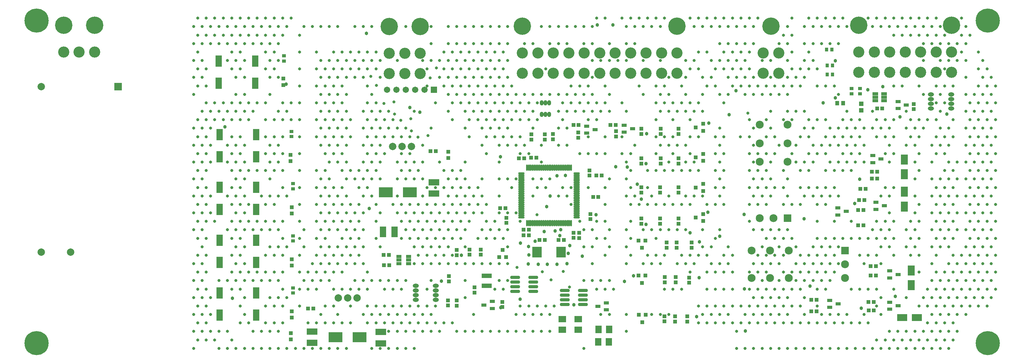
<source format=gts>
G04*
G04 #@! TF.GenerationSoftware,Altium Limited,Altium Designer,22.3.1 (43)*
G04*
G04 Layer_Color=8388736*
%FSLAX24Y24*%
%MOIN*%
G70*
G04*
G04 #@! TF.SameCoordinates,EB2419D6-8F1E-4273-BF56-69E21729E32B*
G04*
G04*
G04 #@! TF.FilePolarity,Negative*
G04*
G01*
G75*
%ADD20R,0.0984X0.1181*%
%ADD29R,0.0394X0.0394*%
%ADD47R,0.0395X0.0435*%
%ADD48O,0.0179X0.0691*%
%ADD49O,0.0691X0.0179*%
%ADD50O,0.0651X0.0435*%
%ADD51R,0.1183X0.0671*%
%ADD52R,0.0533X0.0317*%
%ADD53R,0.1065X0.0750*%
%ADD54R,0.1458X0.1065*%
%ADD55R,0.0671X0.1183*%
%ADD56R,0.0435X0.0356*%
%ADD57R,0.0435X0.0395*%
%ADD58R,0.0671X0.0828*%
%ADD59R,0.0828X0.0671*%
%ADD60R,0.0395X0.0435*%
%ADD61R,0.0435X0.0395*%
%ADD62R,0.0592X0.0356*%
%ADD63R,0.0356X0.0435*%
%ADD64R,0.0513X0.0513*%
%ADD65R,0.0435X0.0474*%
%ADD66R,0.0706X0.1198*%
%ADD67R,0.0750X0.1065*%
%ADD68O,0.1065X0.0356*%
%ADD69O,0.0395X0.0572*%
%ADD70R,0.0561X0.0324*%
%ADD71R,0.1104X0.0513*%
%ADD72R,0.0671X0.0671*%
%ADD73C,0.0671*%
%ADD74C,0.0848*%
%ADD75R,0.0848X0.0848*%
%ADD76R,0.0848X0.0848*%
%ADD77C,0.0789*%
%ADD78C,0.1190*%
%ADD79R,0.0789X0.0789*%
%ADD80C,0.0380*%
%ADD81C,0.0330*%
%ADD82C,0.1860*%
%ADD83C,0.2580*%
D20*
X71060Y28389D02*
D03*
X73619D02*
D03*
D29*
X61600Y39135D02*
D03*
Y38465D02*
D03*
X44000Y46950D02*
D03*
Y46281D02*
D03*
X44750Y38120D02*
D03*
Y38789D02*
D03*
X44900Y33213D02*
D03*
Y32544D02*
D03*
Y27637D02*
D03*
Y26968D02*
D03*
Y22061D02*
D03*
Y21392D02*
D03*
X44800Y19065D02*
D03*
Y19735D02*
D03*
D47*
X71876Y29700D02*
D03*
X71324D02*
D03*
X73926D02*
D03*
X73374D02*
D03*
X60250Y39200D02*
D03*
X59699D02*
D03*
X107898Y43774D02*
D03*
X107347D02*
D03*
X77950Y36596D02*
D03*
X77399D02*
D03*
X100876Y22050D02*
D03*
X100324D02*
D03*
X100876Y23283D02*
D03*
X100324D02*
D03*
X107350Y37006D02*
D03*
X106799D02*
D03*
X106450Y22150D02*
D03*
X107001D02*
D03*
X106976Y23050D02*
D03*
X106424D02*
D03*
X106674Y25900D02*
D03*
X107226D02*
D03*
X106674Y26900D02*
D03*
X107226D02*
D03*
X106126Y35150D02*
D03*
X105574D02*
D03*
X105324Y32900D02*
D03*
X105876D02*
D03*
X105324Y31250D02*
D03*
X105876D02*
D03*
X105976Y33950D02*
D03*
X105424D02*
D03*
X106799Y36256D02*
D03*
X107350D02*
D03*
X70424Y38496D02*
D03*
X70976D02*
D03*
X67124Y33100D02*
D03*
X67676D02*
D03*
X69124Y38446D02*
D03*
X69676D02*
D03*
X70176Y30200D02*
D03*
X69624D02*
D03*
X70176Y30800D02*
D03*
X69624D02*
D03*
X55276Y27000D02*
D03*
X54724D02*
D03*
X55251Y28100D02*
D03*
X54700D02*
D03*
X75500Y41996D02*
D03*
X74949D02*
D03*
X79450D02*
D03*
X78899D02*
D03*
X77050Y34296D02*
D03*
X77601D02*
D03*
X47176Y22350D02*
D03*
X46624D02*
D03*
D48*
X69980Y31515D02*
D03*
X70177D02*
D03*
X70374D02*
D03*
X70570D02*
D03*
X70767D02*
D03*
X70964D02*
D03*
X71161D02*
D03*
X71358D02*
D03*
X71555D02*
D03*
X71752D02*
D03*
X71948D02*
D03*
X72145D02*
D03*
X72342D02*
D03*
X72539D02*
D03*
X72736D02*
D03*
X72933D02*
D03*
X73130D02*
D03*
X73326D02*
D03*
X73523D02*
D03*
X73720D02*
D03*
X73917D02*
D03*
X74114D02*
D03*
X74311D02*
D03*
X74507D02*
D03*
X74704D02*
D03*
Y37440D02*
D03*
X74507D02*
D03*
X74311D02*
D03*
X74114D02*
D03*
X73917D02*
D03*
X73720D02*
D03*
X73523D02*
D03*
X73326D02*
D03*
X73130D02*
D03*
X72933D02*
D03*
X72736D02*
D03*
X72539D02*
D03*
X72342D02*
D03*
X72145D02*
D03*
X71948D02*
D03*
X71752D02*
D03*
X71555D02*
D03*
X71358D02*
D03*
X71161D02*
D03*
X70964D02*
D03*
X70767D02*
D03*
X70570D02*
D03*
X70374D02*
D03*
X70177D02*
D03*
X69980D02*
D03*
D49*
X75305Y32115D02*
D03*
Y32312D02*
D03*
Y32509D02*
D03*
Y32706D02*
D03*
Y32903D02*
D03*
Y33100D02*
D03*
Y33296D02*
D03*
Y33493D02*
D03*
Y33690D02*
D03*
Y33887D02*
D03*
Y34084D02*
D03*
Y34281D02*
D03*
Y34478D02*
D03*
Y34674D02*
D03*
Y34871D02*
D03*
Y35068D02*
D03*
Y35265D02*
D03*
Y35462D02*
D03*
Y35659D02*
D03*
Y35856D02*
D03*
Y36052D02*
D03*
Y36249D02*
D03*
Y36446D02*
D03*
Y36643D02*
D03*
Y36840D02*
D03*
X69380D02*
D03*
Y36643D02*
D03*
Y36446D02*
D03*
Y36249D02*
D03*
Y36052D02*
D03*
Y35856D02*
D03*
Y35659D02*
D03*
Y35462D02*
D03*
Y35265D02*
D03*
Y35068D02*
D03*
Y34871D02*
D03*
Y34674D02*
D03*
Y34478D02*
D03*
Y34281D02*
D03*
Y34084D02*
D03*
Y33887D02*
D03*
Y33690D02*
D03*
Y33493D02*
D03*
Y33296D02*
D03*
Y33100D02*
D03*
Y32903D02*
D03*
Y32706D02*
D03*
Y32509D02*
D03*
Y32312D02*
D03*
Y32115D02*
D03*
D50*
X58127Y24796D02*
D03*
Y24296D02*
D03*
Y23796D02*
D03*
Y23296D02*
D03*
X60273Y24796D02*
D03*
Y24296D02*
D03*
Y23796D02*
D03*
Y23296D02*
D03*
X115245Y43768D02*
D03*
Y44268D02*
D03*
Y44768D02*
D03*
Y45268D02*
D03*
X113100Y43768D02*
D03*
Y44268D02*
D03*
Y44768D02*
D03*
Y45268D02*
D03*
D51*
X60050Y35870D02*
D03*
Y34650D02*
D03*
X47050Y18690D02*
D03*
Y19910D02*
D03*
X54400Y18640D02*
D03*
Y19860D02*
D03*
D52*
X107232Y33730D02*
D03*
Y32981D02*
D03*
X108117Y33356D02*
D03*
X107767Y38356D02*
D03*
X106882Y37981D02*
D03*
Y38730D02*
D03*
X109593Y26009D02*
D03*
X108707Y25635D02*
D03*
Y26383D02*
D03*
X109593Y22659D02*
D03*
X108707Y22285D02*
D03*
Y23033D02*
D03*
X110465Y44124D02*
D03*
X109580Y43750D02*
D03*
Y44498D02*
D03*
X65407Y22746D02*
D03*
X66293Y23120D02*
D03*
Y22372D02*
D03*
X102300Y23233D02*
D03*
Y22485D02*
D03*
X103186Y22859D02*
D03*
X103157Y33124D02*
D03*
Y32376D02*
D03*
X104043Y32750D02*
D03*
X81243Y41596D02*
D03*
X80357Y41222D02*
D03*
Y41970D02*
D03*
X78443Y22222D02*
D03*
Y22970D02*
D03*
X77557Y22596D02*
D03*
X76357Y41870D02*
D03*
Y41122D02*
D03*
X77243Y41496D02*
D03*
D53*
X111600Y21400D02*
D03*
X110025D02*
D03*
D54*
X54920Y34800D02*
D03*
X57480D02*
D03*
X49570Y19300D02*
D03*
X52130D02*
D03*
D55*
X55860Y30550D02*
D03*
X54640D02*
D03*
D56*
X44868Y41301D02*
D03*
Y40750D02*
D03*
X45018Y24573D02*
D03*
Y24021D02*
D03*
X105522Y45348D02*
D03*
Y45900D02*
D03*
X104622Y45348D02*
D03*
Y45900D02*
D03*
X45018Y29598D02*
D03*
Y30149D02*
D03*
X44068Y48845D02*
D03*
Y49396D02*
D03*
X45018Y35174D02*
D03*
Y35725D02*
D03*
D57*
X61650Y25822D02*
D03*
Y25271D02*
D03*
X67350Y23076D02*
D03*
Y22524D02*
D03*
X84650Y20996D02*
D03*
Y21548D02*
D03*
X84700Y25171D02*
D03*
Y25722D02*
D03*
X84900Y28871D02*
D03*
Y29422D02*
D03*
X82200Y34774D02*
D03*
Y35326D02*
D03*
X111261Y43692D02*
D03*
Y44243D02*
D03*
X76650Y37148D02*
D03*
Y36596D02*
D03*
X76750Y32476D02*
D03*
Y31924D02*
D03*
X75550Y30451D02*
D03*
Y29900D02*
D03*
X82200Y41599D02*
D03*
Y41047D02*
D03*
X74950Y29924D02*
D03*
Y30476D02*
D03*
X72750Y41026D02*
D03*
Y40474D02*
D03*
X64400Y24626D02*
D03*
Y24074D02*
D03*
X62500Y23226D02*
D03*
Y22674D02*
D03*
X61550Y23246D02*
D03*
Y22695D02*
D03*
X86154Y41047D02*
D03*
Y41599D02*
D03*
Y31999D02*
D03*
Y31447D02*
D03*
Y35322D02*
D03*
Y34771D02*
D03*
Y38432D02*
D03*
Y37881D02*
D03*
X87300Y25121D02*
D03*
Y25672D02*
D03*
X85850Y25171D02*
D03*
Y25722D02*
D03*
X62500Y28071D02*
D03*
Y28622D02*
D03*
X87550Y28871D02*
D03*
Y29422D02*
D03*
X85950Y28871D02*
D03*
Y29422D02*
D03*
X87100Y21522D02*
D03*
Y20971D02*
D03*
X85800Y20971D02*
D03*
Y21522D02*
D03*
X65050Y28672D02*
D03*
Y28121D02*
D03*
X63850Y28672D02*
D03*
Y28121D02*
D03*
X67800Y31524D02*
D03*
Y32076D02*
D03*
X70450Y40998D02*
D03*
Y40446D02*
D03*
X71900Y40998D02*
D03*
Y40446D02*
D03*
X75450Y41198D02*
D03*
Y40646D02*
D03*
X79500Y41322D02*
D03*
Y40771D02*
D03*
X82200Y31447D02*
D03*
Y31999D02*
D03*
X84177Y31447D02*
D03*
Y31999D02*
D03*
Y34771D02*
D03*
Y35322D02*
D03*
X82200Y37881D02*
D03*
Y38432D02*
D03*
X84250Y37881D02*
D03*
Y38432D02*
D03*
Y41047D02*
D03*
Y41599D02*
D03*
D58*
X78751Y20146D02*
D03*
X77609D02*
D03*
X77599Y18800D02*
D03*
X78741D02*
D03*
D59*
X75450Y20099D02*
D03*
Y21241D02*
D03*
X73750Y21238D02*
D03*
Y20096D02*
D03*
D60*
X82300Y20903D02*
D03*
X81926Y21690D02*
D03*
X82674D02*
D03*
X82250Y25103D02*
D03*
X81876Y25890D02*
D03*
X82624D02*
D03*
X82250Y28853D02*
D03*
X81876Y29640D02*
D03*
X82624D02*
D03*
X67026Y27853D02*
D03*
X67774D02*
D03*
X67400Y28640D02*
D03*
D61*
X88794Y31722D02*
D03*
Y32470D02*
D03*
X88006Y32096D02*
D03*
Y35313D02*
D03*
X88794Y35687D02*
D03*
Y34939D02*
D03*
X88006Y38530D02*
D03*
X88794Y38904D02*
D03*
Y38156D02*
D03*
X88006Y41746D02*
D03*
X88794Y42120D02*
D03*
Y41372D02*
D03*
D62*
X107150Y45348D02*
D03*
Y44974D02*
D03*
Y44600D02*
D03*
X108095D02*
D03*
Y44974D02*
D03*
Y45348D02*
D03*
D63*
X102024Y47400D02*
D03*
X102576D02*
D03*
X102024Y48350D02*
D03*
X102576D02*
D03*
X102526Y50050D02*
D03*
X101974D02*
D03*
D64*
X105672Y43570D02*
D03*
Y44278D02*
D03*
D65*
X103107Y44324D02*
D03*
X103737D02*
D03*
D66*
X41000Y48828D02*
D03*
Y46450D02*
D03*
X37102D02*
D03*
Y48828D02*
D03*
X37202Y29678D02*
D03*
Y27300D02*
D03*
X41100D02*
D03*
Y29678D02*
D03*
X37202Y35328D02*
D03*
Y32950D02*
D03*
X41100D02*
D03*
Y35328D02*
D03*
Y24028D02*
D03*
Y21650D02*
D03*
X37202D02*
D03*
Y24028D02*
D03*
Y40978D02*
D03*
Y38600D02*
D03*
X41100D02*
D03*
Y40978D02*
D03*
D67*
X111000Y26446D02*
D03*
Y24871D02*
D03*
X110274Y38306D02*
D03*
Y36731D02*
D03*
Y33281D02*
D03*
Y34856D02*
D03*
D68*
X75965Y22800D02*
D03*
Y23300D02*
D03*
Y23800D02*
D03*
Y24300D02*
D03*
X74035Y22800D02*
D03*
Y23300D02*
D03*
Y23800D02*
D03*
Y24300D02*
D03*
X70665Y24196D02*
D03*
Y24696D02*
D03*
Y25196D02*
D03*
Y25696D02*
D03*
X68735Y24196D02*
D03*
Y24696D02*
D03*
Y25196D02*
D03*
Y25696D02*
D03*
D69*
X72344Y43136D02*
D03*
X71950D02*
D03*
X71556D02*
D03*
Y44357D02*
D03*
X71950D02*
D03*
X72344D02*
D03*
D70*
X57366Y27176D02*
D03*
Y27550D02*
D03*
Y27924D02*
D03*
X56334D02*
D03*
Y27550D02*
D03*
Y27176D02*
D03*
D71*
X65700Y24815D02*
D03*
Y25878D02*
D03*
D72*
X60050Y45750D02*
D03*
D73*
X59050D02*
D03*
X58050D02*
D03*
X57050D02*
D03*
X56050D02*
D03*
X55050D02*
D03*
D74*
X97776Y42024D02*
D03*
Y40040D02*
D03*
Y38056D02*
D03*
X94824Y42024D02*
D03*
Y40040D02*
D03*
Y38056D02*
D03*
Y32048D02*
D03*
X96300D02*
D03*
X93957Y28576D02*
D03*
X95941D02*
D03*
X97926D02*
D03*
X93957Y25624D02*
D03*
X95941D02*
D03*
X97926D02*
D03*
X103933D02*
D03*
Y27100D02*
D03*
D75*
X97776Y32048D02*
D03*
D76*
X103933Y28576D02*
D03*
D77*
X57650Y39700D02*
D03*
X56650D02*
D03*
X55650D02*
D03*
X21305Y28392D02*
D03*
X18156D02*
D03*
Y46108D02*
D03*
X51850Y23500D02*
D03*
X50850D02*
D03*
X49850D02*
D03*
D78*
X55300Y47500D02*
D03*
Y49670D02*
D03*
X58600Y47500D02*
D03*
X56950D02*
D03*
Y49670D02*
D03*
X58600D02*
D03*
X77750Y49700D02*
D03*
X86000Y47530D02*
D03*
X84350D02*
D03*
X82700D02*
D03*
X81050D02*
D03*
X79400D02*
D03*
Y49700D02*
D03*
X81050D02*
D03*
X82700D02*
D03*
X84350D02*
D03*
X86000D02*
D03*
X69500Y47530D02*
D03*
Y49700D02*
D03*
X77750Y47530D02*
D03*
X76100D02*
D03*
X74450D02*
D03*
X72800D02*
D03*
X71150D02*
D03*
Y49700D02*
D03*
X72800D02*
D03*
X74450D02*
D03*
X76100D02*
D03*
X96850D02*
D03*
X95200D02*
D03*
Y47530D02*
D03*
X96850D02*
D03*
X113650Y49800D02*
D03*
X112000D02*
D03*
X110350D02*
D03*
X108700D02*
D03*
X107050D02*
D03*
Y47630D02*
D03*
X108700D02*
D03*
X110350D02*
D03*
X112000D02*
D03*
X113650D02*
D03*
X105400Y49800D02*
D03*
Y47630D02*
D03*
X115299Y49800D02*
D03*
Y47630D02*
D03*
X23850Y49800D02*
D03*
X22200D02*
D03*
X20550D02*
D03*
D79*
X26344Y46108D02*
D03*
D80*
X73600Y30800D02*
D03*
X71827Y30600D02*
D03*
X73000Y30650D02*
D03*
X73500Y30150D02*
D03*
X74550Y29100D02*
D03*
X67200Y22450D02*
D03*
X80400Y25268D02*
D03*
X81350Y25882D02*
D03*
X93150Y32447D02*
D03*
X99550Y31950D02*
D03*
X104950Y33600D02*
D03*
X70128Y27128D02*
D03*
X91550Y43100D02*
D03*
X105500Y36200D02*
D03*
X109300Y23650D02*
D03*
X105650Y22400D02*
D03*
X109800Y42850D02*
D03*
X90550Y30100D02*
D03*
X93200Y24450D02*
D03*
X93300Y19950D02*
D03*
X100200Y24750D02*
D03*
X106350Y45750D02*
D03*
X101600Y44350D02*
D03*
X107950Y46100D02*
D03*
X53150Y33050D02*
D03*
X72100Y33250D02*
D03*
X69300Y29350D02*
D03*
X57500Y43850D02*
D03*
X67150Y38600D02*
D03*
X58550Y43350D02*
D03*
X75000Y22750D02*
D03*
X88100Y21500D02*
D03*
X74399Y28250D02*
D03*
X72450Y34400D02*
D03*
X63000Y28050D02*
D03*
X102900Y44900D02*
D03*
X102900Y48850D02*
D03*
X92300Y45650D02*
D03*
X79150Y52707D02*
D03*
X77500D02*
D03*
X52850Y51800D02*
D03*
X74250Y27150D02*
D03*
X70150Y29000D02*
D03*
X71200Y27100D02*
D03*
X72150D02*
D03*
X73200D02*
D03*
X75900Y27950D02*
D03*
X70200Y28100D02*
D03*
X70850Y29550D02*
D03*
X80700Y37500D02*
D03*
X82700Y31350D02*
D03*
X38550Y23450D02*
D03*
X37750Y41800D02*
D03*
X44307Y46353D02*
D03*
X89400Y42200D02*
D03*
X77350Y32400D02*
D03*
X89300Y32650D02*
D03*
X82700Y37850D02*
D03*
X81750Y35650D02*
D03*
X114800Y43150D02*
D03*
X79450Y37518D02*
D03*
X88350Y25650D02*
D03*
X82750Y41050D02*
D03*
X87400Y30450D02*
D03*
X74100Y36600D02*
D03*
X88400Y29500D02*
D03*
X69250Y23350D02*
D03*
X60850Y25300D02*
D03*
X73200Y36550D02*
D03*
X82200Y34050D02*
D03*
D81*
X72542Y25421D02*
D03*
X71613Y26299D02*
D03*
X73842Y26321D02*
D03*
X68932Y26774D02*
D03*
X93548Y43260D02*
D03*
X92752Y40748D02*
D03*
X119980Y29882D02*
D03*
X115453Y42559D02*
D03*
X66555Y44370D02*
D03*
X72894Y22638D02*
D03*
X52972Y20827D02*
D03*
X39843Y18110D02*
D03*
X44370D02*
D03*
X62480Y45276D02*
D03*
X48445Y22638D02*
D03*
X110472Y28976D02*
D03*
X114547Y37126D02*
D03*
X35768D02*
D03*
X59764Y41654D02*
D03*
X116358Y28071D02*
D03*
X73799Y42559D02*
D03*
X76063Y30787D02*
D03*
X103228Y41654D02*
D03*
X82402Y45276D02*
D03*
X101870Y40748D02*
D03*
X115453Y26260D02*
D03*
X102323Y28976D02*
D03*
X69272Y44370D02*
D03*
X51614Y48898D02*
D03*
X76516Y35315D02*
D03*
X48898Y47087D02*
D03*
X54783Y20827D02*
D03*
X57500Y33504D02*
D03*
X117717Y25354D02*
D03*
X95532Y46181D02*
D03*
X93268Y50709D02*
D03*
X67913Y43465D02*
D03*
X97343Y35315D02*
D03*
X118622Y41654D02*
D03*
X114095Y32598D02*
D03*
X42559Y45276D02*
D03*
X54331Y41654D02*
D03*
X68366Y44370D02*
D03*
X34409Y34409D02*
D03*
X58858Y19921D02*
D03*
X46634Y24449D02*
D03*
X100965Y38937D02*
D03*
X88287Y22638D02*
D03*
X67461Y42559D02*
D03*
X50709Y18110D02*
D03*
X43917Y37126D02*
D03*
X108661Y41654D02*
D03*
X97343Y26260D02*
D03*
X39843Y39843D02*
D03*
X104587Y42559D02*
D03*
X52972Y38937D02*
D03*
X118622Y48898D02*
D03*
X102776Y20827D02*
D03*
X89193Y53425D02*
D03*
X54783Y42559D02*
D03*
X114095Y34409D02*
D03*
X38937Y28976D02*
D03*
X100059Y49803D02*
D03*
X105945Y18110D02*
D03*
X45728Y42559D02*
D03*
X115906Y23543D02*
D03*
X118169Y47992D02*
D03*
X100059Y20827D02*
D03*
X60669Y47087D02*
D03*
X39390Y38937D02*
D03*
X111378Y30787D02*
D03*
X39843Y43465D02*
D03*
X35768Y53425D02*
D03*
X90098D02*
D03*
X49350Y31693D02*
D03*
X74705Y33504D02*
D03*
X34862Y28071D02*
D03*
X64744Y35315D02*
D03*
X88287Y49803D02*
D03*
X110925Y51614D02*
D03*
X81496Y52520D02*
D03*
X98701Y28976D02*
D03*
X60669Y38031D02*
D03*
X94173Y23543D02*
D03*
X119528Y45276D02*
D03*
X110925Y40748D02*
D03*
X66555Y29882D02*
D03*
X83307Y34409D02*
D03*
X58858Y48898D02*
D03*
X55689Y40748D02*
D03*
X116811Y52520D02*
D03*
X69724Y19921D02*
D03*
X63386Y47087D02*
D03*
X114547Y29882D02*
D03*
X64291Y21732D02*
D03*
X72441D02*
D03*
X38484Y53425D02*
D03*
X64291Y19921D02*
D03*
X39843Y21732D02*
D03*
X114547Y38937D02*
D03*
X118169Y46181D02*
D03*
X53312Y47200D02*
D03*
X85118Y34409D02*
D03*
X95079Y36220D02*
D03*
X114095Y43465D02*
D03*
X74252Y34409D02*
D03*
X101870Y53425D02*
D03*
X118169Y42559D02*
D03*
X45728Y40748D02*
D03*
X82854Y53425D02*
D03*
X74705Y44370D02*
D03*
X116811Y38031D02*
D03*
X64291Y48898D02*
D03*
X81043Y28071D02*
D03*
X49803Y28976D02*
D03*
X78780D02*
D03*
X35315Y25354D02*
D03*
X95984Y45276D02*
D03*
X67913Y28976D02*
D03*
X102323Y21732D02*
D03*
X70630Y41654D02*
D03*
X47539Y44370D02*
D03*
X113189Y28976D02*
D03*
X52067Y29882D02*
D03*
X94626Y37126D02*
D03*
X47087Y27165D02*
D03*
X102323Y41654D02*
D03*
X105945Y39843D02*
D03*
X53878Y20827D02*
D03*
X39390Y31693D02*
D03*
X41654Y50709D02*
D03*
X48898Y34409D02*
D03*
X92815Y46181D02*
D03*
X116811Y25354D02*
D03*
X67913Y39843D02*
D03*
X48898Y36220D02*
D03*
X39390Y20827D02*
D03*
X57047Y30787D02*
D03*
X118622Y38031D02*
D03*
X117717Y30787D02*
D03*
Y43465D02*
D03*
X56595Y20827D02*
D03*
X102776Y28071D02*
D03*
X62933Y47992D02*
D03*
X119980Y46181D02*
D03*
X99154Y24449D02*
D03*
X44823Y42559D02*
D03*
X40295Y44370D02*
D03*
X36220Y34409D02*
D03*
X54331Y43465D02*
D03*
X70630Y50709D02*
D03*
X95984Y21732D02*
D03*
X58406Y29882D02*
D03*
X83760Y53425D02*
D03*
X107303Y40748D02*
D03*
X68366Y46181D02*
D03*
X54331Y21732D02*
D03*
X114095Y19921D02*
D03*
X39843Y36220D02*
D03*
X104134Y41654D02*
D03*
X71535Y19921D02*
D03*
X104134Y52520D02*
D03*
X99606Y34409D02*
D03*
X98248Y49803D02*
D03*
X48445Y20827D02*
D03*
X59764Y48898D02*
D03*
X93268Y21732D02*
D03*
X36220Y19921D02*
D03*
X111831Y33504D02*
D03*
X94626Y28071D02*
D03*
X102323Y27165D02*
D03*
X52972Y24449D02*
D03*
X100965Y31693D02*
D03*
X100059Y42559D02*
D03*
X98248Y53425D02*
D03*
X40295Y20827D02*
D03*
X96890Y25354D02*
D03*
X91457Y48898D02*
D03*
X50256Y37126D02*
D03*
X107756Y41654D02*
D03*
X53425Y36220D02*
D03*
X44370Y43465D02*
D03*
X90098Y20827D02*
D03*
X113189Y27165D02*
D03*
X61575Y28976D02*
D03*
X101417Y34409D02*
D03*
X76063Y18110D02*
D03*
X81043Y31693D02*
D03*
X116811Y50709D02*
D03*
X73799Y44370D02*
D03*
X71083D02*
D03*
X97795Y52520D02*
D03*
X85571Y33504D02*
D03*
X44370Y23543D02*
D03*
X43917Y53425D02*
D03*
X55236Y25354D02*
D03*
X52067Y35315D02*
D03*
X50256Y49803D02*
D03*
X36220Y50709D02*
D03*
X40295Y26260D02*
D03*
X62028Y46181D02*
D03*
X34409Y27165D02*
D03*
X48898Y39843D02*
D03*
X69724D02*
D03*
X42559Y50709D02*
D03*
X99154Y46181D02*
D03*
X91909Y49803D02*
D03*
X76516Y46181D02*
D03*
X82854Y35315D02*
D03*
X50256Y33504D02*
D03*
X70177Y44370D02*
D03*
X63839D02*
D03*
X76516Y42559D02*
D03*
X37579D02*
D03*
X51614Y28976D02*
D03*
X65197Y50709D02*
D03*
X63386Y25354D02*
D03*
X109114Y31693D02*
D03*
X100965Y24449D02*
D03*
X51614Y32598D02*
D03*
X65197Y19921D02*
D03*
X70177Y38937D02*
D03*
X118622Y28976D02*
D03*
X87382Y33504D02*
D03*
X75157Y43465D02*
D03*
X37126Y52520D02*
D03*
X103228Y27165D02*
D03*
X99154Y35315D02*
D03*
X81496Y50709D02*
D03*
X51161Y20827D02*
D03*
X56142Y19921D02*
D03*
X78327Y35315D02*
D03*
X63386Y52520D02*
D03*
X96437Y38937D02*
D03*
X80591Y28976D02*
D03*
X64744Y42559D02*
D03*
X97343Y22638D02*
D03*
X53425Y41654D02*
D03*
X95984Y23543D02*
D03*
X90098Y35315D02*
D03*
X119075Y44370D02*
D03*
X90098Y33504D02*
D03*
X119528Y28976D02*
D03*
X62028Y31693D02*
D03*
X86024Y43465D02*
D03*
X93268Y52520D02*
D03*
X73346Y45276D02*
D03*
X61575Y34409D02*
D03*
X34862Y19016D02*
D03*
X60669Y48898D02*
D03*
X73799Y35315D02*
D03*
X100059Y38937D02*
D03*
X57953Y43465D02*
D03*
X59764Y30787D02*
D03*
X39390Y33504D02*
D03*
X92815Y47992D02*
D03*
X61122Y20827D02*
D03*
X99606Y38031D02*
D03*
X42559Y30787D02*
D03*
X100059Y40748D02*
D03*
X36673Y31693D02*
D03*
X90551Y41654D02*
D03*
X34409Y48898D02*
D03*
X51161Y42559D02*
D03*
X95532Y28071D02*
D03*
X66555Y31693D02*
D03*
X65650Y29882D02*
D03*
X59764Y50709D02*
D03*
X76516Y38937D02*
D03*
X112283Y48898D02*
D03*
X57953Y28976D02*
D03*
X118622Y25354D02*
D03*
X38031Y52520D02*
D03*
X38937Y25354D02*
D03*
X111378Y38031D02*
D03*
X102776Y37126D02*
D03*
X88740Y45276D02*
D03*
X81949Y46181D02*
D03*
X34862Y33504D02*
D03*
X118622Y45276D02*
D03*
X114547Y26260D02*
D03*
X96890Y28976D02*
D03*
X119980Y24449D02*
D03*
X55791Y44472D02*
D03*
X58858Y36220D02*
D03*
X65197D02*
D03*
X50709Y38031D02*
D03*
X76516Y40748D02*
D03*
X118622Y47087D02*
D03*
X68819Y45276D02*
D03*
X35768Y46181D02*
D03*
X39390Y26260D02*
D03*
X77421Y38937D02*
D03*
X65650Y49803D02*
D03*
X102776Y35315D02*
D03*
X43917Y22638D02*
D03*
X107303Y31693D02*
D03*
X76969Y48898D02*
D03*
X59311Y31693D02*
D03*
X63839Y40748D02*
D03*
X59764Y32598D02*
D03*
X97343Y24449D02*
D03*
X103228Y52520D02*
D03*
X67461Y47992D02*
D03*
X43917Y35315D02*
D03*
X59764Y25354D02*
D03*
X115906Y36220D02*
D03*
X43917Y40748D02*
D03*
X34409Y36220D02*
D03*
X91004Y33504D02*
D03*
X97343D02*
D03*
X56142Y36220D02*
D03*
X74705Y35315D02*
D03*
X45728Y46181D02*
D03*
X119980Y35315D02*
D03*
X38031Y18110D02*
D03*
X106850Y43465D02*
D03*
X35315Y47087D02*
D03*
X91004Y28071D02*
D03*
X108209Y42559D02*
D03*
X113642Y44370D02*
D03*
X91909Y24449D02*
D03*
X109114Y28071D02*
D03*
X79685Y48898D02*
D03*
X93720Y49803D02*
D03*
X67913Y27165D02*
D03*
X119980Y44370D02*
D03*
X91004D02*
D03*
X35315Y23543D02*
D03*
X66102Y47087D02*
D03*
X115453Y22638D02*
D03*
X113189Y23543D02*
D03*
X101870Y20827D02*
D03*
X92362Y18110D02*
D03*
X58406Y33504D02*
D03*
X37579Y51614D02*
D03*
X86024Y27165D02*
D03*
X38484Y35315D02*
D03*
X49350Y42559D02*
D03*
X98701Y38031D02*
D03*
X95984Y41654D02*
D03*
X117717Y23543D02*
D03*
X115000Y38031D02*
D03*
X88287Y40748D02*
D03*
X64291Y34409D02*
D03*
X87382Y53425D02*
D03*
X94173Y36220D02*
D03*
X38484Y33504D02*
D03*
X60217Y29882D02*
D03*
X56142Y34409D02*
D03*
X107756Y52520D02*
D03*
X51161Y40748D02*
D03*
X51614Y27165D02*
D03*
X65197Y48898D02*
D03*
X60669Y30787D02*
D03*
X58858Y38031D02*
D03*
X90098Y22638D02*
D03*
X92815Y49803D02*
D03*
X43012Y47992D02*
D03*
X107756Y30787D02*
D03*
X101870Y24449D02*
D03*
X63839Y42559D02*
D03*
X60669Y19921D02*
D03*
X109114Y35315D02*
D03*
X34409Y23543D02*
D03*
X97795Y21732D02*
D03*
Y18110D02*
D03*
X115000Y39843D02*
D03*
X51161Y47992D02*
D03*
X39390Y29882D02*
D03*
X49803Y32598D02*
D03*
X51614Y30787D02*
D03*
X106398Y24449D02*
D03*
X83760Y42559D02*
D03*
Y29882D02*
D03*
X93720Y31693D02*
D03*
X118622Y43465D02*
D03*
X97343Y51614D02*
D03*
X115906Y19921D02*
D03*
X115000D02*
D03*
X61575Y30787D02*
D03*
X73346Y43465D02*
D03*
X48898Y32598D02*
D03*
X67913Y45276D02*
D03*
X80138Y44370D02*
D03*
X114547Y24449D02*
D03*
X84665Y33504D02*
D03*
X71535Y39843D02*
D03*
X43465Y19921D02*
D03*
X111378Y36220D02*
D03*
X109114Y29882D02*
D03*
X112736Y51614D02*
D03*
X63386Y36220D02*
D03*
X36220Y23543D02*
D03*
X75610Y46181D02*
D03*
X34862Y31693D02*
D03*
X42106D02*
D03*
X63839Y49803D02*
D03*
X38031Y38031D02*
D03*
X71535Y21732D02*
D03*
X63386Y48898D02*
D03*
X100965Y33504D02*
D03*
X113189Y21732D02*
D03*
X46181Y25354D02*
D03*
X110925Y28071D02*
D03*
X100512Y38031D02*
D03*
X56142Y21732D02*
D03*
X35768Y31693D02*
D03*
X90098Y46181D02*
D03*
X77874Y25354D02*
D03*
X43465Y18110D02*
D03*
X67008Y45276D02*
D03*
X40748Y18110D02*
D03*
X76969Y28976D02*
D03*
X105492Y42559D02*
D03*
X49803Y21732D02*
D03*
X83307Y27165D02*
D03*
X45276Y18110D02*
D03*
X111831Y26260D02*
D03*
X48445Y28071D02*
D03*
X85118Y30787D02*
D03*
X74252Y45276D02*
D03*
X58858Y39843D02*
D03*
X55236Y18110D02*
D03*
X61575Y27165D02*
D03*
X115453Y20827D02*
D03*
X111378Y32598D02*
D03*
X89646Y21732D02*
D03*
X88287Y28071D02*
D03*
X101870Y26260D02*
D03*
X114547Y51614D02*
D03*
X55689Y33504D02*
D03*
X49803Y52520D02*
D03*
X100059Y28071D02*
D03*
X82402Y48898D02*
D03*
X97343Y20827D02*
D03*
X111831Y53425D02*
D03*
X69724Y50709D02*
D03*
X43012Y40748D02*
D03*
X100965Y42559D02*
D03*
X83760Y46181D02*
D03*
X104587Y40748D02*
D03*
X42559Y18110D02*
D03*
X108661Y39843D02*
D03*
X113642Y46181D02*
D03*
X66102Y43465D02*
D03*
X64744Y29882D02*
D03*
X108661Y38031D02*
D03*
X113642Y28071D02*
D03*
X35315Y50709D02*
D03*
X91457Y52520D02*
D03*
X113189Y18110D02*
D03*
X61122Y28071D02*
D03*
X62480Y36220D02*
D03*
X59764Y27165D02*
D03*
X95079Y28976D02*
D03*
X96437Y20827D02*
D03*
X84213Y30787D02*
D03*
X86929D02*
D03*
X91909Y28071D02*
D03*
X112283Y18110D02*
D03*
X99606Y47087D02*
D03*
X93720Y26260D02*
D03*
X39843Y38031D02*
D03*
X52520Y39843D02*
D03*
X62480Y34409D02*
D03*
X76969Y52520D02*
D03*
X49350Y33504D02*
D03*
X53878Y22638D02*
D03*
X62028Y33504D02*
D03*
X107756Y28976D02*
D03*
X77421Y53425D02*
D03*
X36673Y51614D02*
D03*
X101870Y35315D02*
D03*
X86929Y38031D02*
D03*
X45728Y37126D02*
D03*
X64291Y47087D02*
D03*
X100965Y28071D02*
D03*
X42106Y38937D02*
D03*
X38937Y30787D02*
D03*
X45728Y38937D02*
D03*
X58858Y28976D02*
D03*
X34409Y38031D02*
D03*
X89193Y46181D02*
D03*
X53878Y42559D02*
D03*
X100059Y53425D02*
D03*
X53425Y45276D02*
D03*
X110472Y30787D02*
D03*
X91909Y53425D02*
D03*
X119075Y22638D02*
D03*
X81496Y39843D02*
D03*
X101870Y37126D02*
D03*
X105039Y41654D02*
D03*
X119980Y33504D02*
D03*
X95984Y18110D02*
D03*
X111378Y34409D02*
D03*
X87382Y28071D02*
D03*
X57500Y22638D02*
D03*
X115000Y48898D02*
D03*
X54331Y28976D02*
D03*
X91004Y26260D02*
D03*
X55236Y43465D02*
D03*
X42106Y42559D02*
D03*
X53425Y21732D02*
D03*
X66555Y49803D02*
D03*
X47992Y28976D02*
D03*
X89193Y20827D02*
D03*
X39843Y25354D02*
D03*
X67008D02*
D03*
X98248Y29882D02*
D03*
X34409Y30787D02*
D03*
X116811Y47087D02*
D03*
X94173Y39843D02*
D03*
X93720Y38937D02*
D03*
X56595Y31693D02*
D03*
X97795Y50709D02*
D03*
X81949Y53425D02*
D03*
X102323Y34409D02*
D03*
X119075Y31693D02*
D03*
X43012Y51614D02*
D03*
X99606Y43465D02*
D03*
X84665Y28071D02*
D03*
X52520Y34409D02*
D03*
X54783Y22638D02*
D03*
X50256Y40748D02*
D03*
X100965Y53425D02*
D03*
X117264Y51614D02*
D03*
X112283Y45276D02*
D03*
X41654Y34409D02*
D03*
X99154Y47992D02*
D03*
X62933Y37126D02*
D03*
X87835Y27165D02*
D03*
X80138Y38937D02*
D03*
X80591Y38031D02*
D03*
X76969Y27165D02*
D03*
X73346Y39843D02*
D03*
X35315Y36220D02*
D03*
X48445Y26260D02*
D03*
X66102Y41654D02*
D03*
X111378Y19921D02*
D03*
X79232Y24449D02*
D03*
X95984Y48898D02*
D03*
X40748Y52520D02*
D03*
X59311Y29882D02*
D03*
X118169Y37126D02*
D03*
X39843Y28976D02*
D03*
X68819Y39843D02*
D03*
X101417Y50709D02*
D03*
X108209Y53425D02*
D03*
X52520Y27165D02*
D03*
X48445Y47992D02*
D03*
X116811Y45276D02*
D03*
X77421Y44370D02*
D03*
X108209Y40748D02*
D03*
X118622Y23543D02*
D03*
X35768Y20827D02*
D03*
X67461Y44370D02*
D03*
X99606Y23543D02*
D03*
X119075Y33504D02*
D03*
X49350Y28071D02*
D03*
X51161Y24449D02*
D03*
X68819Y36220D02*
D03*
X101417Y18110D02*
D03*
X111831Y37126D02*
D03*
X52972Y40748D02*
D03*
X87835Y38031D02*
D03*
X34862Y37126D02*
D03*
X50709Y47087D02*
D03*
X48898Y45276D02*
D03*
X77874Y48898D02*
D03*
X38031Y50709D02*
D03*
X103228Y28976D02*
D03*
X62028Y29882D02*
D03*
X94173Y38031D02*
D03*
X78327Y24449D02*
D03*
X108661Y32598D02*
D03*
X117264Y26260D02*
D03*
X74252Y52520D02*
D03*
X42559Y25354D02*
D03*
X119980Y37126D02*
D03*
X61575Y36220D02*
D03*
X52520Y32598D02*
D03*
X112283Y41654D02*
D03*
X89646Y52520D02*
D03*
X49803Y41654D02*
D03*
X112736Y24449D02*
D03*
X60669Y27165D02*
D03*
X97795Y43465D02*
D03*
X113642Y20827D02*
D03*
X84213Y52520D02*
D03*
X52520Y36220D02*
D03*
X48898Y30787D02*
D03*
X113642Y35315D02*
D03*
X38484Y37126D02*
D03*
X115453Y28071D02*
D03*
X115000Y41654D02*
D03*
X89193Y26260D02*
D03*
X106398Y53425D02*
D03*
X64291Y45276D02*
D03*
X113642Y38937D02*
D03*
X44370Y28976D02*
D03*
X98701Y47087D02*
D03*
X71083Y35315D02*
D03*
X86476Y28071D02*
D03*
X118169Y29882D02*
D03*
X78327Y33504D02*
D03*
X47087Y52520D02*
D03*
X47992Y45276D02*
D03*
X95532Y35315D02*
D03*
X49803Y48898D02*
D03*
X40748Y50709D02*
D03*
X117264Y22638D02*
D03*
X62480Y30787D02*
D03*
X94173Y41654D02*
D03*
X51614Y52520D02*
D03*
X48445Y29882D02*
D03*
X48898Y28976D02*
D03*
X112736Y53425D02*
D03*
X114547Y22638D02*
D03*
X67008Y39843D02*
D03*
X90098Y26260D02*
D03*
X47992Y18110D02*
D03*
X99606Y52520D02*
D03*
X49350Y49803D02*
D03*
X39843Y23543D02*
D03*
X39390Y35315D02*
D03*
X112736Y20827D02*
D03*
X98248Y38937D02*
D03*
X101417Y28976D02*
D03*
X45728Y28071D02*
D03*
X103228Y38031D02*
D03*
X80591Y36220D02*
D03*
X54331Y25354D02*
D03*
X114547Y20827D02*
D03*
X85571Y42559D02*
D03*
X92362Y48898D02*
D03*
X68819Y21732D02*
D03*
X35768Y44370D02*
D03*
X112736Y19016D02*
D03*
X119980Y28071D02*
D03*
X53878Y40748D02*
D03*
X87382Y26260D02*
D03*
X70630Y45276D02*
D03*
X83307Y52520D02*
D03*
X53425Y43465D02*
D03*
X113642Y29882D02*
D03*
X51614Y47087D02*
D03*
X98248Y26260D02*
D03*
X76969Y45276D02*
D03*
X57047Y36220D02*
D03*
X106850Y41654D02*
D03*
X78327Y53425D02*
D03*
X38031Y48898D02*
D03*
X119528Y38031D02*
D03*
X45728Y35315D02*
D03*
X75610Y44370D02*
D03*
Y31693D02*
D03*
X76063Y25354D02*
D03*
X88740Y21732D02*
D03*
X76969Y47087D02*
D03*
X110020Y46181D02*
D03*
X39390Y49803D02*
D03*
X101870Y29882D02*
D03*
X67008Y47087D02*
D03*
X85118Y43465D02*
D03*
X43012Y49803D02*
D03*
X90098Y40748D02*
D03*
X38937Y43465D02*
D03*
X47539Y49803D02*
D03*
X56595Y24449D02*
D03*
X114547Y19016D02*
D03*
X41654Y18110D02*
D03*
X116811Y21732D02*
D03*
X85118Y47087D02*
D03*
X53878Y29882D02*
D03*
X35315Y39843D02*
D03*
X66555Y46181D02*
D03*
X50256Y47992D02*
D03*
X42559Y52520D02*
D03*
X48445Y46181D02*
D03*
X113642Y53425D02*
D03*
X90098Y29882D02*
D03*
X65197Y39843D02*
D03*
X62933Y49803D02*
D03*
X51161Y28071D02*
D03*
X70177Y22638D02*
D03*
X51614Y25354D02*
D03*
X113642Y24449D02*
D03*
X115453Y33504D02*
D03*
Y40748D02*
D03*
X55689Y42559D02*
D03*
X95532Y33504D02*
D03*
X98701Y18110D02*
D03*
X101870Y46181D02*
D03*
X116358Y22638D02*
D03*
X43012Y38937D02*
D03*
Y20827D02*
D03*
X61122Y33504D02*
D03*
X108209Y29882D02*
D03*
X106850Y30787D02*
D03*
X113189Y39843D02*
D03*
X52067Y31693D02*
D03*
X90551Y34409D02*
D03*
X34409Y18110D02*
D03*
X76516Y44370D02*
D03*
X104134Y21732D02*
D03*
X115453Y35315D02*
D03*
X43917Y29882D02*
D03*
X47992Y21732D02*
D03*
X108661Y28976D02*
D03*
X52067Y37126D02*
D03*
X97795Y47087D02*
D03*
X100059Y37126D02*
D03*
X48445Y40748D02*
D03*
X107756Y34409D02*
D03*
X99154Y33504D02*
D03*
X91457Y50709D02*
D03*
X35768Y29882D02*
D03*
X49350Y20827D02*
D03*
X89646Y27165D02*
D03*
X105945Y41654D02*
D03*
X92815Y20827D02*
D03*
X70630Y36220D02*
D03*
X57953Y18110D02*
D03*
X47992Y47087D02*
D03*
X115000Y28976D02*
D03*
X114095Y41654D02*
D03*
X53425Y25354D02*
D03*
X100965Y20827D02*
D03*
X118169Y31693D02*
D03*
X115906Y38031D02*
D03*
X51161Y49803D02*
D03*
X42106Y47992D02*
D03*
X93720Y40748D02*
D03*
X83760Y37126D02*
D03*
X50256Y35315D02*
D03*
X52520Y47087D02*
D03*
X117717Y32598D02*
D03*
X38484Y24449D02*
D03*
X83760Y33504D02*
D03*
X35315Y52520D02*
D03*
X59764Y28976D02*
D03*
X116811Y23543D02*
D03*
X93720Y33504D02*
D03*
X100965Y46181D02*
D03*
X43917Y20827D02*
D03*
X89193Y33504D02*
D03*
X108661Y34409D02*
D03*
X52067Y33504D02*
D03*
X81043Y37126D02*
D03*
X77421Y31693D02*
D03*
X107756Y21732D02*
D03*
X73346Y34409D02*
D03*
X35768Y35315D02*
D03*
X91457Y28976D02*
D03*
X60327Y48102D02*
D03*
X91909Y47992D02*
D03*
X56142Y32598D02*
D03*
X105492Y24449D02*
D03*
X50256Y31693D02*
D03*
X115453Y29882D02*
D03*
X62480Y50709D02*
D03*
X94173Y47087D02*
D03*
X104587Y37126D02*
D03*
X113642Y26260D02*
D03*
X68819Y43465D02*
D03*
X63839Y46181D02*
D03*
X87835Y34409D02*
D03*
X47992Y52520D02*
D03*
X38937Y47087D02*
D03*
X53930Y46233D02*
D03*
X69724Y45276D02*
D03*
X67913Y30787D02*
D03*
X50256Y44370D02*
D03*
X56595Y38937D02*
D03*
X47539Y20827D02*
D03*
X43012Y33504D02*
D03*
X95532Y22638D02*
D03*
X47087Y25354D02*
D03*
X97795Y23543D02*
D03*
X43465Y34409D02*
D03*
X54331Y48898D02*
D03*
X118169Y26260D02*
D03*
X99606Y48898D02*
D03*
X39843Y27165D02*
D03*
X84665Y53425D02*
D03*
X38484Y47992D02*
D03*
X63386Y30787D02*
D03*
X55857Y43180D02*
D03*
X57953Y30787D02*
D03*
X39843Y48898D02*
D03*
X65197Y34409D02*
D03*
X77874Y43465D02*
D03*
X38937Y39843D02*
D03*
X68819Y19921D02*
D03*
X36220Y38031D02*
D03*
X48898Y48898D02*
D03*
X117264Y37126D02*
D03*
X49803Y34409D02*
D03*
X85571Y37126D02*
D03*
X104134Y38031D02*
D03*
X95532Y40748D02*
D03*
X47539Y33504D02*
D03*
X117264Y40748D02*
D03*
X51161Y31693D02*
D03*
X89646Y47087D02*
D03*
X43917Y31693D02*
D03*
X67008Y41654D02*
D03*
X107756Y18110D02*
D03*
X59311Y24449D02*
D03*
X114547Y33504D02*
D03*
X54783Y40748D02*
D03*
X71988Y47992D02*
D03*
X94173Y34409D02*
D03*
X96437Y28071D02*
D03*
X37126Y43465D02*
D03*
X47539Y28071D02*
D03*
X67008Y27165D02*
D03*
X39390Y40748D02*
D03*
X93720Y22638D02*
D03*
X111831Y46181D02*
D03*
X115906Y50709D02*
D03*
X38937Y52520D02*
D03*
X91004Y35315D02*
D03*
X42559Y28976D02*
D03*
X72441Y19921D02*
D03*
X36673Y42559D02*
D03*
X42106Y40748D02*
D03*
X63386Y50709D02*
D03*
X54331Y18110D02*
D03*
X65197Y41654D02*
D03*
X35315Y32598D02*
D03*
X42106Y20827D02*
D03*
X117717Y36220D02*
D03*
X94626Y24449D02*
D03*
X67008Y32598D02*
D03*
X116358Y26260D02*
D03*
X36220Y39843D02*
D03*
X59764Y21732D02*
D03*
X77421Y24449D02*
D03*
X38031Y25354D02*
D03*
X57047Y52520D02*
D03*
X64744Y47992D02*
D03*
X94626Y35315D02*
D03*
X117264D02*
D03*
X47539Y37126D02*
D03*
X63386Y34409D02*
D03*
X114547Y35315D02*
D03*
X52972Y47992D02*
D03*
X35315Y48898D02*
D03*
X100512Y39843D02*
D03*
X110925Y29882D02*
D03*
X89193Y28071D02*
D03*
X54331Y38031D02*
D03*
X78780Y25354D02*
D03*
X43917Y28071D02*
D03*
X48445Y37126D02*
D03*
X39390Y24449D02*
D03*
X111831Y38937D02*
D03*
X117717Y38031D02*
D03*
X64291Y43465D02*
D03*
X52520Y38031D02*
D03*
X81043Y29882D02*
D03*
X35315Y19921D02*
D03*
X102776Y46181D02*
D03*
X58858Y30787D02*
D03*
X52520Y28976D02*
D03*
X107303Y22638D02*
D03*
X86024Y39843D02*
D03*
X49803D02*
D03*
X45728Y24449D02*
D03*
X60669Y32598D02*
D03*
X84665Y37126D02*
D03*
X47992Y39843D02*
D03*
X114547Y46181D02*
D03*
X102323Y52520D02*
D03*
X67461Y24449D02*
D03*
X93720Y35315D02*
D03*
X72441Y52520D02*
D03*
X96437Y46181D02*
D03*
X85571Y38937D02*
D03*
X102776Y53425D02*
D03*
X98248Y47992D02*
D03*
X116811Y39843D02*
D03*
Y28976D02*
D03*
X118169Y24449D02*
D03*
X81496Y34409D02*
D03*
X76969Y30787D02*
D03*
X100512Y18110D02*
D03*
X65197Y32598D02*
D03*
X119528Y34409D02*
D03*
X69724Y43465D02*
D03*
X65650Y42559D02*
D03*
X101870Y33504D02*
D03*
X60217Y20827D02*
D03*
X115906Y34409D02*
D03*
X71988Y22638D02*
D03*
X112283Y50709D02*
D03*
X109114Y40748D02*
D03*
X35315Y21732D02*
D03*
X114095Y36220D02*
D03*
X81949Y33504D02*
D03*
X116811Y27165D02*
D03*
X67008Y30787D02*
D03*
X61575Y50709D02*
D03*
X114095Y25354D02*
D03*
X45728Y47992D02*
D03*
X66102Y52520D02*
D03*
X97795Y34409D02*
D03*
X90551Y39843D02*
D03*
X72441Y50709D02*
D03*
X92362Y19921D02*
D03*
X47539Y40748D02*
D03*
X38937Y36220D02*
D03*
X95984Y43465D02*
D03*
X96437Y35315D02*
D03*
X52067Y28071D02*
D03*
X67008Y36220D02*
D03*
X67461Y29882D02*
D03*
X34409Y52520D02*
D03*
X57953Y19921D02*
D03*
X116811Y32598D02*
D03*
X110472Y39843D02*
D03*
X100059Y47992D02*
D03*
X110020Y19016D02*
D03*
X61575Y43465D02*
D03*
X97343Y28071D02*
D03*
X45728Y31693D02*
D03*
X108661Y18110D02*
D03*
X80591Y19921D02*
D03*
X35768Y19016D02*
D03*
X88287Y44370D02*
D03*
X55689Y20827D02*
D03*
X109114Y38937D02*
D03*
X49350Y46181D02*
D03*
X43012Y26260D02*
D03*
X76969Y25354D02*
D03*
X98248Y42559D02*
D03*
X49350Y44370D02*
D03*
X83760Y28071D02*
D03*
X52972Y46181D02*
D03*
X83760Y38937D02*
D03*
X117717Y34409D02*
D03*
X69272Y22638D02*
D03*
X109114Y24449D02*
D03*
X97795Y48898D02*
D03*
X107303Y42559D02*
D03*
X97795Y45276D02*
D03*
X53425Y39843D02*
D03*
X101417Y52520D02*
D03*
X102776Y26260D02*
D03*
X63386Y32598D02*
D03*
X50256Y20827D02*
D03*
X60217Y28071D02*
D03*
X52067Y49803D02*
D03*
X49350Y26260D02*
D03*
X118169Y49803D02*
D03*
X59311Y47992D02*
D03*
X39843Y50709D02*
D03*
X87835Y48898D02*
D03*
X106850Y18110D02*
D03*
X116358Y49803D02*
D03*
X76063Y28976D02*
D03*
X35768Y40748D02*
D03*
X49350D02*
D03*
X51161Y22638D02*
D03*
X60217Y33504D02*
D03*
X113189Y50709D02*
D03*
X34862Y22638D02*
D03*
X37126Y19921D02*
D03*
X100059Y35315D02*
D03*
X90551Y52520D02*
D03*
X50709Y34409D02*
D03*
X39390Y47992D02*
D03*
X49350Y24449D02*
D03*
X74705Y46181D02*
D03*
X57500Y20827D02*
D03*
X80591Y52520D02*
D03*
X64291D02*
D03*
X58858Y21732D02*
D03*
X78780Y50709D02*
D03*
X115000Y36220D02*
D03*
X91004Y47992D02*
D03*
X62933Y29882D02*
D03*
X116811Y34409D02*
D03*
X113642Y22638D02*
D03*
X34862Y40748D02*
D03*
X115000Y18110D02*
D03*
X42559Y48898D02*
D03*
X51614Y36220D02*
D03*
X51161Y37126D02*
D03*
X38937Y32598D02*
D03*
X43465Y30787D02*
D03*
X88287Y20827D02*
D03*
X66102Y19921D02*
D03*
X117264Y28071D02*
D03*
X56142Y48898D02*
D03*
X43012Y37126D02*
D03*
X56142Y25354D02*
D03*
Y18110D02*
D03*
X78780Y30787D02*
D03*
X66555Y42559D02*
D03*
X41201Y31693D02*
D03*
X65650Y46181D02*
D03*
X118622Y34409D02*
D03*
X115453Y31693D02*
D03*
X115000Y50709D02*
D03*
X113642Y31693D02*
D03*
X34862Y46181D02*
D03*
X63386Y43465D02*
D03*
X105492Y20827D02*
D03*
X116811Y30787D02*
D03*
X57047Y32598D02*
D03*
X50709Y27165D02*
D03*
X40748Y19921D02*
D03*
X84213Y21732D02*
D03*
X34409Y19921D02*
D03*
X52520Y43465D02*
D03*
X34862Y51614D02*
D03*
X90551Y38031D02*
D03*
X54331Y32598D02*
D03*
X105039Y18110D02*
D03*
X52972Y35315D02*
D03*
X43012Y53425D02*
D03*
X114095Y23543D02*
D03*
X104587Y31693D02*
D03*
X115453Y19016D02*
D03*
X111378Y18110D02*
D03*
X115000Y23543D02*
D03*
X63386Y28976D02*
D03*
X66102Y27165D02*
D03*
X63839Y33504D02*
D03*
X95079Y23543D02*
D03*
X55689Y22638D02*
D03*
X89193Y24449D02*
D03*
X97343Y46181D02*
D03*
X119528Y23543D02*
D03*
X71535Y36220D02*
D03*
X59311Y33504D02*
D03*
X111831Y31693D02*
D03*
X52520Y41654D02*
D03*
X118169Y35315D02*
D03*
X100512Y28976D02*
D03*
X119075Y24449D02*
D03*
X95984Y30787D02*
D03*
X97343Y42559D02*
D03*
X110472Y23543D02*
D03*
X94173Y52520D02*
D03*
X82402Y27165D02*
D03*
X111831Y42559D02*
D03*
X114095Y21732D02*
D03*
X44370Y34409D02*
D03*
X55689Y24449D02*
D03*
X58406Y20827D02*
D03*
X42559Y19921D02*
D03*
X100965Y26260D02*
D03*
X101417Y27165D02*
D03*
X78327Y28071D02*
D03*
X113189Y52520D02*
D03*
X109114Y19016D02*
D03*
X62480Y27165D02*
D03*
X46634Y20827D02*
D03*
X102323Y38031D02*
D03*
X112736Y22638D02*
D03*
X48445Y33504D02*
D03*
X85571Y44370D02*
D03*
X105945Y21732D02*
D03*
X61122Y47992D02*
D03*
X119528Y27165D02*
D03*
X47992Y30787D02*
D03*
X53878Y31693D02*
D03*
X84665Y46181D02*
D03*
X85118Y38031D02*
D03*
X108209Y35315D02*
D03*
X88740Y52520D02*
D03*
X88287Y37126D02*
D03*
X57953Y36220D02*
D03*
X78780Y45276D02*
D03*
X91004Y53425D02*
D03*
X59311Y35315D02*
D03*
X40295Y53425D02*
D03*
X87382Y42559D02*
D03*
X57500Y40748D02*
D03*
X48898Y25354D02*
D03*
X50709Y45276D02*
D03*
X107756Y23543D02*
D03*
X116358Y53425D02*
D03*
X111831Y28071D02*
D03*
X116811Y48898D02*
D03*
X95984Y34409D02*
D03*
X109114Y51614D02*
D03*
X52972Y26260D02*
D03*
X48898Y27165D02*
D03*
X91457Y45276D02*
D03*
X99154Y26260D02*
D03*
X61575Y45276D02*
D03*
X97343Y29882D02*
D03*
X103681Y40748D02*
D03*
Y20827D02*
D03*
X94626Y26260D02*
D03*
X61122Y35315D02*
D03*
X35768Y24449D02*
D03*
X60217Y31693D02*
D03*
X62028Y49803D02*
D03*
X85118Y21732D02*
D03*
X98248Y22638D02*
D03*
X67008Y48898D02*
D03*
X92815Y53425D02*
D03*
X35768Y42559D02*
D03*
X53878Y33504D02*
D03*
X119980Y38937D02*
D03*
X40748Y30787D02*
D03*
X34862Y47992D02*
D03*
X61575Y48898D02*
D03*
X63839Y35315D02*
D03*
X42106Y26260D02*
D03*
X95532Y38937D02*
D03*
X78327Y46181D02*
D03*
X119075Y28071D02*
D03*
X62933Y46181D02*
D03*
X47539Y31693D02*
D03*
X80138Y53425D02*
D03*
X41654Y30787D02*
D03*
X45728Y22638D02*
D03*
X67461Y40748D02*
D03*
X34409Y41654D02*
D03*
X43465Y38031D02*
D03*
X93720Y24449D02*
D03*
X49803Y18110D02*
D03*
X78780Y43465D02*
D03*
X117717Y39843D02*
D03*
X111831Y51614D02*
D03*
X106398Y20827D02*
D03*
X111378Y39843D02*
D03*
X93720Y46181D02*
D03*
X76063Y45276D02*
D03*
X110472Y41654D02*
D03*
X95079Y27165D02*
D03*
X100512Y34409D02*
D03*
X86929Y27165D02*
D03*
X88740Y34409D02*
D03*
X95079D02*
D03*
X113642Y42559D02*
D03*
X95532Y20827D02*
D03*
X55236Y21732D02*
D03*
X61122Y49803D02*
D03*
X94626Y33504D02*
D03*
X41654Y52520D02*
D03*
X96890Y30787D02*
D03*
X107303Y29882D02*
D03*
X43465Y47087D02*
D03*
X78780Y36220D02*
D03*
X90551Y21732D02*
D03*
X80591Y48898D02*
D03*
X107303Y24449D02*
D03*
X105492Y29882D02*
D03*
X102323Y39843D02*
D03*
X99154Y40748D02*
D03*
X38484Y29882D02*
D03*
X62028Y28071D02*
D03*
X65650Y38937D02*
D03*
X51161Y29882D02*
D03*
X65197Y47087D02*
D03*
X96890Y27165D02*
D03*
X88740Y47087D02*
D03*
X115000Y21732D02*
D03*
X108209Y31693D02*
D03*
X49803Y47087D02*
D03*
X119980Y40748D02*
D03*
X66102Y45276D02*
D03*
X35768Y51614D02*
D03*
X111378Y28976D02*
D03*
X57953Y38031D02*
D03*
X116811Y41654D02*
D03*
X109567Y52520D02*
D03*
X114095D02*
D03*
X67913Y41654D02*
D03*
X111378D02*
D03*
X47992Y27165D02*
D03*
X38484Y42559D02*
D03*
X43917Y44370D02*
D03*
X71535Y38031D02*
D03*
X97795Y30787D02*
D03*
X119075Y35315D02*
D03*
X75157Y52520D02*
D03*
X66102Y48898D02*
D03*
X119075Y40748D02*
D03*
X38484Y49803D02*
D03*
X45728Y33504D02*
D03*
X61575Y32598D02*
D03*
X59764Y19921D02*
D03*
X65197Y43465D02*
D03*
X54783Y38937D02*
D03*
X52972Y37126D02*
D03*
X52067Y47992D02*
D03*
X58406Y31693D02*
D03*
X99606Y27165D02*
D03*
X92362Y50709D02*
D03*
X118169Y22638D02*
D03*
X109114Y46181D02*
D03*
X66555Y40748D02*
D03*
X43465Y25354D02*
D03*
X115000Y30787D02*
D03*
X82854Y33504D02*
D03*
X99154Y28071D02*
D03*
X58347Y40690D02*
D03*
X93720Y47992D02*
D03*
X69272Y31693D02*
D03*
X42106Y49803D02*
D03*
X62028Y42559D02*
D03*
X105492Y28071D02*
D03*
X94626Y46181D02*
D03*
X34862Y49803D02*
D03*
X91909Y22638D02*
D03*
X115906Y21732D02*
D03*
X113189Y38031D02*
D03*
X39390Y44370D02*
D03*
X119528Y32598D02*
D03*
X108661Y30787D02*
D03*
X43465Y50709D02*
D03*
X47539Y46181D02*
D03*
X95984Y27165D02*
D03*
X98701Y39843D02*
D03*
X67008Y43465D02*
D03*
X42106Y37126D02*
D03*
X62480Y48898D02*
D03*
X94626Y20827D02*
D03*
X35315Y27165D02*
D03*
X64744Y44370D02*
D03*
X61122Y46181D02*
D03*
X34862Y20827D02*
D03*
X93720Y53425D02*
D03*
X95984Y38031D02*
D03*
X56595Y40748D02*
D03*
X43012Y42559D02*
D03*
X45728Y29882D02*
D03*
X81043Y53425D02*
D03*
X65197Y30787D02*
D03*
X96890Y18110D02*
D03*
X86476Y24449D02*
D03*
X44823Y53425D02*
D03*
X50709Y36220D02*
D03*
X109567Y18110D02*
D03*
X46181Y30787D02*
D03*
X70630Y21732D02*
D03*
X76969Y43465D02*
D03*
X112736Y42559D02*
D03*
X56595Y29882D02*
D03*
X34862Y35315D02*
D03*
X62933D02*
D03*
X78780Y21732D02*
D03*
X92362Y52520D02*
D03*
X119980Y42559D02*
D03*
X117264Y24449D02*
D03*
X43465Y43465D02*
D03*
X42559Y36220D02*
D03*
X43917Y26260D02*
D03*
X47992Y34409D02*
D03*
X40748Y43465D02*
D03*
X37126Y18110D02*
D03*
X84213Y27165D02*
D03*
X38484Y40748D02*
D03*
X59311Y46181D02*
D03*
X113189Y34409D02*
D03*
X56595Y33504D02*
D03*
X91457Y21732D02*
D03*
X86929Y43465D02*
D03*
X110472Y52520D02*
D03*
X115906Y25354D02*
D03*
X95079D02*
D03*
X90551Y27165D02*
D03*
X96437Y40748D02*
D03*
X67913Y25354D02*
D03*
X78327Y31693D02*
D03*
X76063Y50709D02*
D03*
X91909Y20827D02*
D03*
X42559Y47087D02*
D03*
X47539Y47992D02*
D03*
X95532Y26260D02*
D03*
X52067Y24449D02*
D03*
X88287Y53425D02*
D03*
X49350Y47992D02*
D03*
X41201Y44370D02*
D03*
X41654Y19921D02*
D03*
X38484Y26260D02*
D03*
X117264Y31693D02*
D03*
X65650Y44370D02*
D03*
X36220Y52520D02*
D03*
X54725Y44312D02*
D03*
X62480Y32598D02*
D03*
X71050Y32400D02*
D03*
X35315Y30787D02*
D03*
X119528Y39843D02*
D03*
X61575Y52520D02*
D03*
X96437Y24449D02*
D03*
X91004Y38937D02*
D03*
X118622Y39843D02*
D03*
X39390Y37126D02*
D03*
X116358Y24449D02*
D03*
X38484Y44370D02*
D03*
X57047Y18110D02*
D03*
X63839Y47992D02*
D03*
X58858Y27165D02*
D03*
X65197Y45276D02*
D03*
X84213Y48898D02*
D03*
Y43465D02*
D03*
X57953Y27165D02*
D03*
X49803D02*
D03*
X81043Y35315D02*
D03*
X89646Y28976D02*
D03*
X115906Y30787D02*
D03*
X95984Y47087D02*
D03*
X117717Y41654D02*
D03*
X93720Y37126D02*
D03*
X87382Y40748D02*
D03*
X103228Y18110D02*
D03*
X69272Y42559D02*
D03*
X119075Y26260D02*
D03*
X53425Y34409D02*
D03*
X85118Y39843D02*
D03*
X55236Y41654D02*
D03*
X42106Y28071D02*
D03*
X58858Y32598D02*
D03*
X34409Y47087D02*
D03*
X65650Y47992D02*
D03*
X38484Y31693D02*
D03*
X92815Y22638D02*
D03*
X119980Y31693D02*
D03*
X58406Y22638D02*
D03*
X117717Y28976D02*
D03*
X94626Y53425D02*
D03*
X114547Y47992D02*
D03*
X102776Y40748D02*
D03*
X84665D02*
D03*
X71535Y52520D02*
D03*
X41201Y26260D02*
D03*
X42106Y22638D02*
D03*
X114547Y44370D02*
D03*
X67913Y19921D02*
D03*
X100965Y35315D02*
D03*
X118622Y36220D02*
D03*
X45728Y44370D02*
D03*
X93268Y47087D02*
D03*
X52520Y52520D02*
D03*
X90098Y47992D02*
D03*
X72441Y36220D02*
D03*
X104587Y29882D02*
D03*
X105492Y38937D02*
D03*
X97343Y37126D02*
D03*
X95532Y29882D02*
D03*
X89193Y49803D02*
D03*
X41201Y51614D02*
D03*
X43465Y39843D02*
D03*
X68819Y32598D02*
D03*
X104134Y18110D02*
D03*
X78327Y44370D02*
D03*
X117264D02*
D03*
X98248Y33504D02*
D03*
X101417Y39843D02*
D03*
X41201Y53425D02*
D03*
X110472Y19921D02*
D03*
X66102Y50709D02*
D03*
X104587Y24449D02*
D03*
X114095Y18110D02*
D03*
X99606Y21732D02*
D03*
X86476Y44370D02*
D03*
X83307Y21732D02*
D03*
X95079Y18110D02*
D03*
X91909Y46181D02*
D03*
X102323Y18110D02*
D03*
X52972Y44370D02*
D03*
X119528Y43465D02*
D03*
X108209Y38937D02*
D03*
X102323Y25354D02*
D03*
X103228Y50709D02*
D03*
X99606D02*
D03*
X99154Y20827D02*
D03*
X109114Y42559D02*
D03*
X61575Y47087D02*
D03*
X53425Y52520D02*
D03*
X118169Y44370D02*
D03*
X89646Y48898D02*
D03*
X59311Y28071D02*
D03*
X34409Y25354D02*
D03*
X53878Y38937D02*
D03*
X99606Y41654D02*
D03*
X71083Y42559D02*
D03*
X53878Y37126D02*
D03*
X115000Y27165D02*
D03*
X39843Y52520D02*
D03*
X99154Y37126D02*
D03*
X62028Y44370D02*
D03*
X110925Y31693D02*
D03*
X88740Y43465D02*
D03*
X109567Y19921D02*
D03*
X101417Y25354D02*
D03*
X74252Y50709D02*
D03*
X61122Y37126D02*
D03*
X48445Y44370D02*
D03*
X114095Y48898D02*
D03*
X110472Y43465D02*
D03*
X49350Y22638D02*
D03*
X40295Y31693D02*
D03*
X115000Y34409D02*
D03*
X113189Y30787D02*
D03*
X112283Y19921D02*
D03*
X84213Y45276D02*
D03*
X76063Y52520D02*
D03*
X57953Y21732D02*
D03*
X54331Y36220D02*
D03*
X39843Y47087D02*
D03*
X49803Y43465D02*
D03*
X80591Y27165D02*
D03*
X57500Y37126D02*
D03*
X103228Y45276D02*
D03*
X112283Y52520D02*
D03*
X91004Y37126D02*
D03*
X102776Y31693D02*
D03*
X50709Y39843D02*
D03*
X94626Y22638D02*
D03*
X78780Y48898D02*
D03*
X48445Y35315D02*
D03*
X47539D02*
D03*
X80591Y34409D02*
D03*
X101417Y21732D02*
D03*
X86024Y30787D02*
D03*
X98701Y25354D02*
D03*
X101870Y28071D02*
D03*
X38484Y38937D02*
D03*
X118622Y32598D02*
D03*
X91004Y49803D02*
D03*
X73346Y52520D02*
D03*
X105039Y38031D02*
D03*
X52972Y49803D02*
D03*
X96890Y21732D02*
D03*
X90098Y37126D02*
D03*
X119528Y41654D02*
D03*
X56142D02*
D03*
X118169Y40748D02*
D03*
X37579Y53425D02*
D03*
X35768Y26260D02*
D03*
X47992Y48898D02*
D03*
X115906D02*
D03*
X57500Y31693D02*
D03*
X34862Y24449D02*
D03*
X36220Y21732D02*
D03*
X98701Y27165D02*
D03*
X114547Y40748D02*
D03*
X100512Y25354D02*
D03*
X90551Y48898D02*
D03*
X47992Y41654D02*
D03*
X53425Y38031D02*
D03*
X115453Y37126D02*
D03*
X48445Y31693D02*
D03*
X82854Y28071D02*
D03*
X44370Y52520D02*
D03*
X111831Y22638D02*
D03*
X114095Y30787D02*
D03*
X38031Y39843D02*
D03*
X35315Y28976D02*
D03*
X90551Y50709D02*
D03*
X83760Y44370D02*
D03*
X63386Y27165D02*
D03*
X119075Y38937D02*
D03*
X70177Y42559D02*
D03*
X35768Y33504D02*
D03*
X43465Y48898D02*
D03*
X42106Y51614D02*
D03*
X57500Y29882D02*
D03*
X58406Y37126D02*
D03*
X119528Y30787D02*
D03*
X103228Y39843D02*
D03*
X91909Y26260D02*
D03*
X96437Y22638D02*
D03*
X98248Y20827D02*
D03*
X93268Y18110D02*
D03*
X90551Y30787D02*
D03*
X38031D02*
D03*
X49803D02*
D03*
X39390Y42559D02*
D03*
X50256Y29882D02*
D03*
X59652Y47020D02*
D03*
X111831Y29882D02*
D03*
X38031Y43465D02*
D03*
X108661Y19921D02*
D03*
X35768Y47992D02*
D03*
X86476Y33504D02*
D03*
X91457Y27165D02*
D03*
X78327Y29882D02*
D03*
X64291Y50709D02*
D03*
X46634Y26260D02*
D03*
X40748Y25354D02*
D03*
X50709Y43465D02*
D03*
X38937Y50709D02*
D03*
X113189Y25354D02*
D03*
X91004Y40748D02*
D03*
X56142Y38031D02*
D03*
X100512Y41654D02*
D03*
X94173Y21732D02*
D03*
X36673Y19016D02*
D03*
X113642Y40748D02*
D03*
X54783Y24449D02*
D03*
X34862Y29882D02*
D03*
X95079Y48898D02*
D03*
X52520Y25354D02*
D03*
X38937Y34409D02*
D03*
X65197Y52520D02*
D03*
X42106Y33504D02*
D03*
X114095Y28976D02*
D03*
X57047Y19921D02*
D03*
X91004Y24449D02*
D03*
X38031Y34409D02*
D03*
X88287Y47992D02*
D03*
X62933Y31693D02*
D03*
X47992Y32598D02*
D03*
X99154Y22638D02*
D03*
X83760Y40748D02*
D03*
X43012Y28071D02*
D03*
X90551Y45276D02*
D03*
X40295Y37126D02*
D03*
X113189Y19921D02*
D03*
X56595Y37126D02*
D03*
X35768Y28071D02*
D03*
X48898Y43465D02*
D03*
X45728Y51614D02*
D03*
X65650Y40748D02*
D03*
X47992Y25354D02*
D03*
X95532Y37126D02*
D03*
X60669Y28976D02*
D03*
X99606Y25354D02*
D03*
X110472Y18110D02*
D03*
X84665Y24449D02*
D03*
X82854Y37126D02*
D03*
X94173Y45276D02*
D03*
X95532Y42559D02*
D03*
X34409Y21732D02*
D03*
X59311Y22638D02*
D03*
X36220Y32598D02*
D03*
X110925Y42559D02*
D03*
X45728Y49803D02*
D03*
X100965Y29882D02*
D03*
X43917Y24449D02*
D03*
X67461Y46181D02*
D03*
X119075Y37126D02*
D03*
X96890Y39843D02*
D03*
X67913Y47087D02*
D03*
X87382Y37126D02*
D03*
X60217Y44370D02*
D03*
X95079Y30787D02*
D03*
X63386Y41654D02*
D03*
X38484Y28071D02*
D03*
X34862Y26260D02*
D03*
X47539Y24449D02*
D03*
X86476Y37126D02*
D03*
X77874Y21732D02*
D03*
X104134Y43465D02*
D03*
X105492Y40748D02*
D03*
X50256Y26260D02*
D03*
X38937Y45276D02*
D03*
X62933Y44370D02*
D03*
X53425Y18110D02*
D03*
X117264Y42559D02*
D03*
X78327Y40748D02*
D03*
X100512Y27165D02*
D03*
X50709Y41654D02*
D03*
X96890Y23543D02*
D03*
X52520Y21732D02*
D03*
X68366Y35315D02*
D03*
X107303Y53425D02*
D03*
X34409Y39843D02*
D03*
X43917Y51614D02*
D03*
X119075Y42559D02*
D03*
X57602Y42661D02*
D03*
X72441Y45276D02*
D03*
X63386Y38031D02*
D03*
X82402Y52520D02*
D03*
X90098Y38937D02*
D03*
X64291Y27165D02*
D03*
X36673Y44370D02*
D03*
X64744Y49803D02*
D03*
X67008Y34409D02*
D03*
X53878Y49803D02*
D03*
X62028Y35315D02*
D03*
X70630Y43465D02*
D03*
X116358Y51614D02*
D03*
X103681Y53425D02*
D03*
X78327Y38937D02*
D03*
X86476Y46181D02*
D03*
X102776Y29882D02*
D03*
X71083Y22638D02*
D03*
X66555Y24449D02*
D03*
X52972Y22638D02*
D03*
X105945Y27165D02*
D03*
X41201Y37126D02*
D03*
X119980Y26260D02*
D03*
X110020Y51614D02*
D03*
X116811Y43465D02*
D03*
X87382Y38937D02*
D03*
X111831Y19016D02*
D03*
X104134Y39843D02*
D03*
X100965Y47992D02*
D03*
X98248Y24449D02*
D03*
X67913Y52520D02*
D03*
X111831Y40748D02*
D03*
X48898Y52520D02*
D03*
X34862Y53425D02*
D03*
X109114D02*
D03*
X93268Y45276D02*
D03*
X56536Y42501D02*
D03*
X92362Y47087D02*
D03*
X57500Y38937D02*
D03*
X95532Y24449D02*
D03*
X57047Y38031D02*
D03*
X113189Y36220D02*
D03*
X96890Y50709D02*
D03*
X75610Y38937D02*
D03*
X88740Y28976D02*
D03*
X71535Y45276D02*
D03*
X42559Y23543D02*
D03*
X52972Y42559D02*
D03*
X39843Y32598D02*
D03*
X71988Y35315D02*
D03*
X34862Y38937D02*
D03*
X113642Y51614D02*
D03*
X60217Y22638D02*
D03*
X59764Y52520D02*
D03*
X80591Y30787D02*
D03*
X47539Y26260D02*
D03*
X69272Y38937D02*
D03*
X117717Y45276D02*
D03*
X87835Y52520D02*
D03*
Y43465D02*
D03*
X64744Y46181D02*
D03*
X119075Y47992D02*
D03*
X43012Y31693D02*
D03*
X36673Y53425D02*
D03*
X50709Y48898D02*
D03*
X107303Y19016D02*
D03*
X86929Y48898D02*
D03*
X98248Y46181D02*
D03*
X40295Y42559D02*
D03*
X94626Y38937D02*
D03*
X81043D02*
D03*
X82402Y30787D02*
D03*
X86929Y45276D02*
D03*
X77421Y42559D02*
D03*
X117264Y33504D02*
D03*
X74527Y24664D02*
D03*
X64744Y33504D02*
D03*
X94173Y27165D02*
D03*
X90098Y24449D02*
D03*
X39390Y51614D02*
D03*
X106850Y52520D02*
D03*
X115453Y46181D02*
D03*
X39390Y53425D02*
D03*
X118169Y33504D02*
D03*
X47087Y18110D02*
D03*
X96890Y45276D02*
D03*
X106398Y29882D02*
D03*
X108209Y19016D02*
D03*
X43465Y23543D02*
D03*
X38937Y38031D02*
D03*
Y27165D02*
D03*
X103228Y34409D02*
D03*
X119528Y25354D02*
D03*
X39843Y30787D02*
D03*
X114095Y50709D02*
D03*
X100059Y26260D02*
D03*
X67913Y36220D02*
D03*
X43465Y28976D02*
D03*
X74252Y39843D02*
D03*
X73346Y41654D02*
D03*
X55236Y19921D02*
D03*
X50709Y32598D02*
D03*
Y30787D02*
D03*
X101870Y42559D02*
D03*
X103681Y38937D02*
D03*
X110020Y53425D02*
D03*
X54331Y39843D02*
D03*
X58406Y28071D02*
D03*
X49350Y38937D02*
D03*
X119528Y47087D02*
D03*
X62480Y52520D02*
D03*
X106398Y28071D02*
D03*
X65650Y31693D02*
D03*
X117717Y27165D02*
D03*
X90551Y36220D02*
D03*
X67913Y32598D02*
D03*
X114547Y31693D02*
D03*
X104587Y20827D02*
D03*
X63839Y31693D02*
D03*
X61122Y29882D02*
D03*
X80591Y43465D02*
D03*
X38484Y51614D02*
D03*
X62028Y20827D02*
D03*
X35315Y34409D02*
D03*
X53878Y47992D02*
D03*
X86929Y39843D02*
D03*
X85571Y40748D02*
D03*
X42559Y38031D02*
D03*
X77421Y29882D02*
D03*
X93720Y20827D02*
D03*
X50256Y42559D02*
D03*
X48898Y41654D02*
D03*
X103228Y21732D02*
D03*
X60217Y35315D02*
D03*
X46181Y28976D02*
D03*
X54331Y47087D02*
D03*
X41654Y25354D02*
D03*
X63386Y23543D02*
D03*
X46181Y52520D02*
D03*
X118169Y28071D02*
D03*
X57047Y41654D02*
D03*
X114095Y45276D02*
D03*
X39843Y34409D02*
D03*
X48898Y38031D02*
D03*
X113189Y32598D02*
D03*
X57047Y25354D02*
D03*
X85118Y45276D02*
D03*
X67008Y38031D02*
D03*
X38937Y18110D02*
D03*
X117264Y38937D02*
D03*
X91457Y47087D02*
D03*
X87382Y47992D02*
D03*
X93720Y42559D02*
D03*
X89193Y22638D02*
D03*
X38937Y48898D02*
D03*
X35768Y38937D02*
D03*
X84665Y44370D02*
D03*
X86929Y47087D02*
D03*
X34409Y45276D02*
D03*
X47539Y29882D02*
D03*
X48445Y38937D02*
D03*
X43465Y52520D02*
D03*
X50709Y28976D02*
D03*
X38031Y19921D02*
D03*
X44823Y44370D02*
D03*
X35315Y38031D02*
D03*
X68366Y42559D02*
D03*
X115000Y32598D02*
D03*
X91004Y22638D02*
D03*
X42559Y39843D02*
D03*
X113642Y33504D02*
D03*
X58858Y34409D02*
D03*
X46181Y18110D02*
D03*
X101870Y38937D02*
D03*
X115906Y32598D02*
D03*
X119075Y46181D02*
D03*
X47992Y43465D02*
D03*
X42106Y53425D02*
D03*
X93268Y48898D02*
D03*
X69724Y21732D02*
D03*
X37579Y44370D02*
D03*
X96437Y29882D02*
D03*
X50256Y38937D02*
D03*
X80591Y21732D02*
D03*
X57953Y32598D02*
D03*
X67913Y48898D02*
D03*
X70630Y19921D02*
D03*
X57668Y41369D02*
D03*
X116811Y36220D02*
D03*
X53425Y48898D02*
D03*
X50256Y24449D02*
D03*
X80591Y50709D02*
D03*
X74252Y41654D02*
D03*
X105039Y39843D02*
D03*
X49350Y35315D02*
D03*
X107303Y28071D02*
D03*
X40295Y33504D02*
D03*
X115000Y25354D02*
D03*
X62028Y37126D02*
D03*
X111378Y52520D02*
D03*
X47539Y42559D02*
D03*
X105945Y38031D02*
D03*
X67008Y52520D02*
D03*
X43917Y42559D02*
D03*
X59311Y20827D02*
D03*
X88740Y30787D02*
D03*
X66555Y47992D02*
D03*
X48898Y18110D02*
D03*
X63386Y45276D02*
D03*
X67461Y49803D02*
D03*
X65650Y33504D02*
D03*
X108661Y52520D02*
D03*
X56595Y22638D02*
D03*
X118622Y30787D02*
D03*
X38484Y19016D02*
D03*
X103681Y42559D02*
D03*
X85571Y24449D02*
D03*
X100512Y50709D02*
D03*
X64291Y32598D02*
D03*
X36220Y41654D02*
D03*
X84213Y39843D02*
D03*
X104587Y38937D02*
D03*
X113642Y19016D02*
D03*
X34409Y32598D02*
D03*
X118622Y27165D02*
D03*
X94173Y50709D02*
D03*
X91004Y20827D02*
D03*
X39390Y22638D02*
D03*
X107756Y27165D02*
D03*
X62933Y33504D02*
D03*
X35315Y43465D02*
D03*
X37126Y25354D02*
D03*
X98248Y51614D02*
D03*
X61122Y31693D02*
D03*
X95984Y36220D02*
D03*
X100512Y52520D02*
D03*
X98701Y43465D02*
D03*
X53878Y44370D02*
D03*
X68366Y40748D02*
D03*
X75157Y45276D02*
D03*
X94173Y30787D02*
D03*
X52520Y48898D02*
D03*
X99606Y18110D02*
D03*
X100965Y22638D02*
D03*
X37126Y50709D02*
D03*
X114095Y39843D02*
D03*
X70630Y34409D02*
D03*
X97795Y36220D02*
D03*
X40295Y51614D02*
D03*
X39843Y45276D02*
D03*
X115453Y24449D02*
D03*
X50256Y28071D02*
D03*
X117264Y29882D02*
D03*
X42106Y44370D02*
D03*
X52520Y30787D02*
D03*
X62480Y47087D02*
D03*
X94173Y18110D02*
D03*
X65197Y27165D02*
D03*
X57047Y21732D02*
D03*
X76063Y43465D02*
D03*
X48445Y42559D02*
D03*
X115906Y27165D02*
D03*
X119075Y29882D02*
D03*
X49803Y45276D02*
D03*
X110925Y53425D02*
D03*
X35315Y41654D02*
D03*
X43012Y22638D02*
D03*
X67008Y19921D02*
D03*
X83307Y30787D02*
D03*
X69272Y40748D02*
D03*
X59413Y40850D02*
D03*
X62480Y19921D02*
D03*
X50256Y46181D02*
D03*
X119528Y36220D02*
D03*
X87382Y44370D02*
D03*
X45728Y26260D02*
D03*
X67008Y50709D02*
D03*
X43917Y38937D02*
D03*
X118169D02*
D03*
X74252Y43465D02*
D03*
X63386Y19921D02*
D03*
X76969Y50709D02*
D03*
X42559Y34409D02*
D03*
X100512Y48898D02*
D03*
X110925Y19016D02*
D03*
X62028Y47992D02*
D03*
X103681Y37126D02*
D03*
X86929Y34409D02*
D03*
X73346Y50709D02*
D03*
X66102Y30787D02*
D03*
X95079Y21732D02*
D03*
X112283Y23543D02*
D03*
X34862Y42559D02*
D03*
X34409Y50709D02*
D03*
X102323D02*
D03*
X39390Y28071D02*
D03*
X36220Y43465D02*
D03*
X47992Y36220D02*
D03*
X103681Y29882D02*
D03*
X81043Y33504D02*
D03*
X95079Y45276D02*
D03*
X35768Y22638D02*
D03*
X67913Y50709D02*
D03*
X80138Y40748D02*
D03*
X49803Y38031D02*
D03*
X51161Y33504D02*
D03*
D82*
X58600Y52540D02*
D03*
X55300D02*
D03*
X86000Y52570D02*
D03*
X69500Y52570D02*
D03*
X96025D02*
D03*
X105400Y52670D02*
D03*
X115299Y52670D02*
D03*
X20550Y52670D02*
D03*
X23850D02*
D03*
D83*
X17650Y53150D02*
D03*
Y18650D02*
D03*
X119150Y53150D02*
D03*
Y18650D02*
D03*
M02*

</source>
